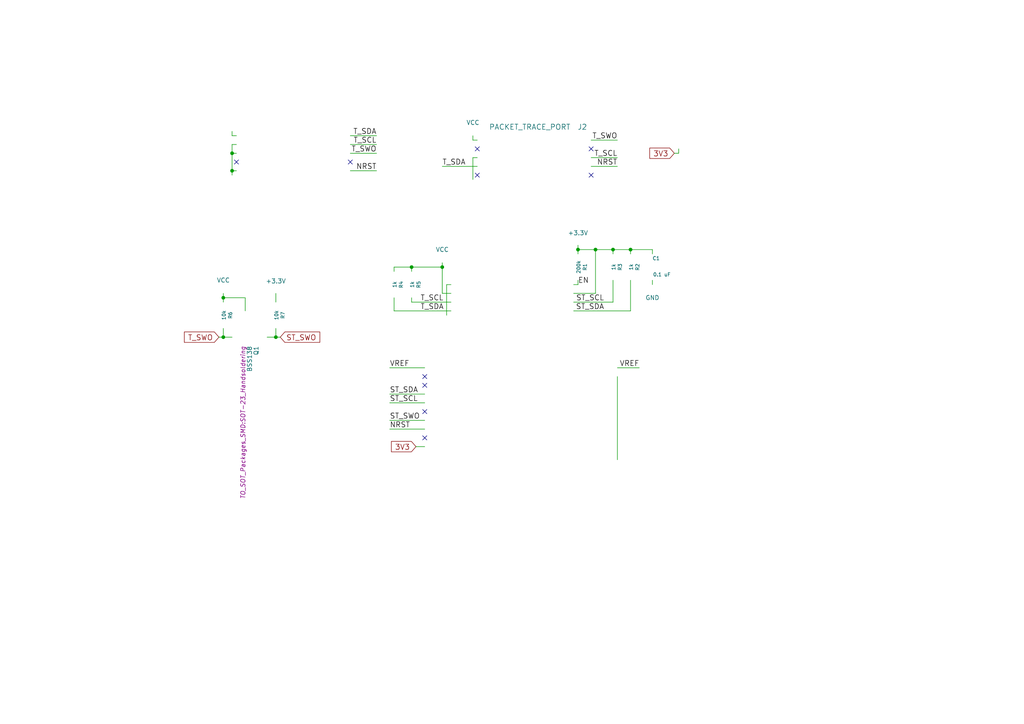
<source format=kicad_sch>
(kicad_sch (version 20230121) (generator eeschema)
  (paper "A4")
  (lib_symbols)
  (junction (at 64.77 97.79))
  (junction (at 80.01 97.79))
  (junction (at 172.72 72.39))
  (junction (at 128.27 77.47))
  (junction (at 167.64 72.39))
  (junction (at 177.8 72.39))
  (junction (at 182.88 72.39))
  (junction (at 64.77 86.36))
  (junction (at 119.38 77.47))
  (junction (at 67.31 49.53))
  (junction (at 67.31 44.45))
  (no_connect (at 123.19 127))
  (no_connect (at 171.45 50.8))
  (no_connect (at 123.19 109.22))
  (no_connect (at 138.43 43.18))
  (no_connect (at 101.6 46.99))
  (no_connect (at 171.45 43.18))
  (no_connect (at 123.19 119.38))
  (no_connect (at 68.58 46.99))
  (no_connect (at 123.19 111.76))
  (no_connect (at 138.43 50.8))
  (wire (pts (xy 114.3 90.17) (xy 130.81 90.17)))
  (wire (pts (xy 71.12 90.17) (xy 71.12 86.36)))
  (wire (pts (xy 137.16 45.72) (xy 137.16 52.07)))
  (wire (pts (xy 182.88 72.39) (xy 189.23 72.39)))
  (wire (pts (xy 67.31 44.45) (xy 67.31 49.53)))
  (wire (pts (xy 138.43 45.72) (xy 137.16 45.72)))
  (wire (pts (xy 67.31 41.91) (xy 67.31 44.45)))
  (wire (pts (xy 171.45 40.64) (xy 179.07 40.64)))
  (wire (pts (xy 182.88 72.39) (xy 182.88 73.66)))
  (wire (pts (xy 80.01 87.63) (xy 80.01 85.09)))
  (wire (pts (xy 179.07 106.68) (xy 185.42 106.68)))
  (wire (pts (xy 177.8 72.39) (xy 182.88 72.39)))
  (wire (pts (xy 114.3 77.47) (xy 119.38 77.47)))
  (wire (pts (xy 77.47 97.79) (xy 80.01 97.79)))
  (wire (pts (xy 63.5 97.79) (xy 64.77 97.79)))
  (wire (pts (xy 101.6 39.37) (xy 109.22 39.37)))
  (wire (pts (xy 167.64 71.12) (xy 167.64 72.39)))
  (wire (pts (xy 64.77 85.09) (xy 64.77 86.36)))
  (wire (pts (xy 167.64 72.39) (xy 172.72 72.39)))
  (wire (pts (xy 64.77 86.36) (xy 64.77 87.63)))
  (wire (pts (xy 128.27 85.09) (xy 130.81 85.09)))
  (wire (pts (xy 80.01 97.79) (xy 81.28 97.79)))
  (wire (pts (xy 123.19 106.68) (xy 113.03 106.68)))
  (wire (pts (xy 130.81 82.55) (xy 129.54 82.55)))
  (wire (pts (xy 123.19 116.84) (xy 113.03 116.84)))
  (wire (pts (xy 64.77 95.25) (xy 64.77 97.79)))
  (wire (pts (xy 177.8 72.39) (xy 177.8 73.66)))
  (wire (pts (xy 67.31 49.53) (xy 67.31 50.8)))
  (wire (pts (xy 68.58 41.91) (xy 67.31 41.91)))
  (wire (pts (xy 171.45 48.26) (xy 179.07 48.26)))
  (wire (pts (xy 129.54 82.55) (xy 129.54 91.44)))
  (wire (pts (xy 177.8 87.63) (xy 177.8 81.28)))
  (wire (pts (xy 196.85 44.45) (xy 196.85 43.18)))
  (wire (pts (xy 167.64 82.55) (xy 167.64 81.28)))
  (wire (pts (xy 114.3 90.17) (xy 114.3 86.36)))
  (wire (pts (xy 177.8 87.63) (xy 166.37 87.63)))
  (wire (pts (xy 128.27 76.2) (xy 128.27 77.47)))
  (wire (pts (xy 68.58 49.53) (xy 67.31 49.53)))
  (wire (pts (xy 123.19 124.46) (xy 113.03 124.46)))
  (wire (pts (xy 68.58 39.37) (xy 67.31 39.37)))
  (wire (pts (xy 166.37 90.17) (xy 182.88 90.17)))
  (wire (pts (xy 101.6 41.91) (xy 109.22 41.91)))
  (wire (pts (xy 195.58 44.45) (xy 196.85 44.45)))
  (wire (pts (xy 123.19 121.92) (xy 113.03 121.92)))
  (wire (pts (xy 171.45 45.72) (xy 179.07 45.72)))
  (wire (pts (xy 138.43 48.26) (xy 128.27 48.26)))
  (wire (pts (xy 68.58 44.45) (xy 67.31 44.45)))
  (wire (pts (xy 179.07 109.22) (xy 179.07 133.35)))
  (wire (pts (xy 114.3 77.47) (xy 114.3 78.74)))
  (wire (pts (xy 119.38 77.47) (xy 128.27 77.47)))
  (wire (pts (xy 130.81 87.63) (xy 119.38 87.63)))
  (wire (pts (xy 189.23 82.55) (xy 189.23 81.28)))
  (wire (pts (xy 189.23 72.39) (xy 189.23 73.66)))
  (wire (pts (xy 67.31 39.37) (xy 67.31 38.1)))
  (wire (pts (xy 64.77 97.79) (xy 67.31 97.79)))
  (wire (pts (xy 119.38 87.63) (xy 119.38 86.36)))
  (wire (pts (xy 101.6 44.45) (xy 109.22 44.45)))
  (wire (pts (xy 128.27 77.47) (xy 128.27 85.09)))
  (wire (pts (xy 166.37 82.55) (xy 167.64 82.55)))
  (wire (pts (xy 123.19 114.3) (xy 113.03 114.3)))
  (wire (pts (xy 71.12 86.36) (xy 64.77 86.36)))
  (wire (pts (xy 166.37 85.09) (xy 172.72 85.09)))
  (wire (pts (xy 172.72 85.09) (xy 172.72 72.39)))
  (wire (pts (xy 167.64 72.39) (xy 167.64 73.66)))
  (wire (pts (xy 182.88 90.17) (xy 182.88 81.28)))
  (wire (pts (xy 137.16 40.64) (xy 137.16 39.37)))
  (wire (pts (xy 119.38 78.74) (xy 119.38 77.47)))
  (wire (pts (xy 172.72 72.39) (xy 177.8 72.39)))
  (wire (pts (xy 138.43 40.64) (xy 137.16 40.64)))
  (wire (pts (xy 101.6 49.53) (xy 109.22 49.53)))
  (wire (pts (xy 123.19 129.54) (xy 120.65 129.54)))
  (wire (pts (xy 80.01 97.79) (xy 80.01 95.25)))
  (label "EN" (at 167.64 82.55 0) (effects (font (size 1.524 1.524))))
  (label "VREF" (at 185.42 106.68 180) (effects (font (size 1.524 1.524))))
  (label "T_SWO" (at 109.22 44.45 180) (effects (font (size 1.524 1.524))))
  (label "ST_SDA" (at 113.03 114.3 0) (effects (font (size 1.524 1.524))))
  (label "NRST" (at 179.07 48.26 180) (effects (font (size 1.524 1.524))))
  (label "ST_SCL" (at 175.26 87.63 180) (effects (font (size 1.524 1.524))))
  (label "T_SCL" (at 121.92 87.63 0) (effects (font (size 1.524 1.524))))
  (label "NRST" (at 113.03 124.46 0) (effects (font (size 1.524 1.524))))
  (label "T_SCL" (at 179.07 45.72 180) (effects (font (size 1.524 1.524))))
  (label "T_SWO" (at 179.07 40.64 180) (effects (font (size 1.524 1.524))))
  (label "ST_SDA" (at 175.26 90.17 180) (effects (font (size 1.524 1.524))))
  (label "NRST" (at 109.22 49.53 180) (effects (font (size 1.524 1.524))))
  (label "T_SDA" (at 128.27 48.26 0) (effects (font (size 1.524 1.524))))
  (label "T_SCL" (at 109.22 41.91 180) (effects (font (size 1.524 1.524))))
  (label "VREF" (at 113.03 106.68 0) (effects (font (size 1.524 1.524))))
  (label "ST_SWO" (at 113.03 121.92 0) (effects (font (size 1.524 1.524))))
  (label "T_SDA" (at 109.22 39.37 180) (effects (font (size 1.524 1.524))))
  (label "ST_SCL" (at 113.03 116.84 0) (effects (font (size 1.524 1.524))))
  (label "T_SDA" (at 121.92 90.17 0) (effects (font (size 1.524 1.524))))
  (global_label "3V3" (shape input) (at 195.58 44.45 180) (effects (font (size 1.524 1.524))) (property "Intersheetrefs" "${INTERSHEET_REFS}" (effects hide)))
  (global_label "T_SWO" (shape input) (at 63.5 97.79 180) (effects (font (size 1.524 1.524))) (property "Intersheetrefs" "${INTERSHEET_REFS}" (effects hide)))
  (global_label "ST_SWO" (shape input) (at 81.28 97.79 0) (effects (font (size 1.524 1.524))) (property "Intersheetrefs" "${INTERSHEET_REFS}" (effects hide)))
  (global_label "3V3" (shape input) (at 120.65 129.54 180) (effects (font (size 1.524 1.524))) (property "Intersheetrefs" "${INTERSHEET_REFS}" (effects hide)))
  (symbol (lib_id "JTAG_STLINKV2") (at 151.13 118.11 0) (unit 1)
    (property "Reference" "J1" (at 163.83 102.87 0) (effects (font (size 1.524 1.524))))
    (property "Value" "JTAG_STLINKV2" (at 152.4 102.87 0) (effects (font (size 1.524 1.524))))
    (property "Footprint" "NQBit:EDGE_CONNECTOR_2x10_2.54MM" (effects hide))
  )
  (symbol (lib_id "PACKET_TRACE_PORT") (at 154.94 45.72 0) (unit 1)
    (property "Reference" "J2" (at 168.91 36.83 0) (effects (font (size 1.524 1.524))))
    (property "Value" "PACKET_TRACE_PORT" (at 153.67 36.83 0) (effects (font (size 1.524 1.524))))
    (property "Footprint" "NQBit:HEADER_PTH_MALE_2x5_1.27MM" (effects hide))
  )
  (symbol (lib_id "PCA9306") (at 148.59 86.36 0) (unit 1)
    (property "Reference" "U1" (at 154.94 78.74 0) (effects (font (size 1.524 1.524))))
    (property "Value" "PCA9306" (at 146.05 78.74 0) (effects (font (size 1.524 1.524))))
    (property "Footprint" "Housings_SSOP:MSOP-8_3x3mm_Pitch0.65mm" (effects hide))
  )
  (symbol (lib_id "R") (at 167.64 77.47 0) (unit 1)
    (property "Reference" "R1" (at 169.672 77.47 90) (effects (font (size 1.016 1.016))))
    (property "Value" "200k" (at 167.8178 77.4446 90) (effects (font (size 1.016 1.016))))
    (property "Footprint" "Resistors_SMD:R_0805_HandSoldering" (effects hide))
  )
  (symbol (lib_id "GND") (at 179.07 133.35 0) (unit 1)
    (property "Reference" "#PWR01" (effects hide))
    (property "Value" "GND" (effects hide))
  )
  (symbol (lib_id "GND") (at 129.54 91.44 0) (unit 1)
    (property "Reference" "#PWR02" (effects hide))
    (property "Value" "GND" (effects hide))
  )
  (symbol (lib_id "C") (at 189.23 77.47 0) (unit 1)
    (property "Reference" "C1" (at 189.23 74.93 0) (effects (font (size 1.016 1.016)) (justify left)))
    (property "Value" "0.1 uF" (at 189.3824 79.629 0) (effects (font (size 1.016 1.016)) (justify left)))
    (property "Footprint" "Capacitors_SMD:C_0805_HandSoldering" (effects hide))
  )
  (symbol (lib_id "R") (at 119.38 82.55 0) (unit 1)
    (property "Reference" "R5" (at 121.412 82.55 90) (effects (font (size 1.016 1.016))))
    (property "Value" "1k" (at 119.5578 82.5246 90) (effects (font (size 1.016 1.016))))
    (property "Footprint" "Resistors_SMD:R_0805_HandSoldering" (effects hide))
  )
  (symbol (lib_id "R") (at 114.3 82.55 0) (unit 1)
    (property "Reference" "R4" (at 116.332 82.55 90) (effects (font (size 1.016 1.016))))
    (property "Value" "1k" (at 114.4778 82.5246 90) (effects (font (size 1.016 1.016))))
    (property "Footprint" "Resistors_SMD:R_0805_HandSoldering" (effects hide))
  )
  (symbol (lib_id "R") (at 177.8 77.47 0) (unit 1)
    (property "Reference" "R3" (at 179.832 77.47 90) (effects (font (size 1.016 1.016))))
    (property "Value" "1k" (at 177.9778 77.4446 90) (effects (font (size 1.016 1.016))))
    (property "Footprint" "Resistors_SMD:R_0805_HandSoldering" (effects hide))
  )
  (symbol (lib_id "R") (at 182.88 77.47 0) (unit 1)
    (property "Reference" "R2" (at 184.912 77.47 90) (effects (font (size 1.016 1.016))))
    (property "Value" "1k" (at 183.0578 77.4446 90) (effects (font (size 1.016 1.016))))
    (property "Footprint" "Resistors_SMD:R_0805_HandSoldering" (effects hide))
  )
  (symbol (lib_id "JTAG_10_PIN") (at 85.09 44.45 0) (unit 1)
    (property "Reference" "J3" (at 99.06 35.56 0) (effects (font (size 1.524 1.524))))
    (property "Value" "JTAG_10_PIN" (at 83.82 35.56 0) (effects (font (size 1.524 1.524))))
    (property "Footprint" "NQBit:HEADER_PTH_MALE_2x5_1.27MM" (effects hide))
  )
  (symbol (lib_id "GND") (at 137.16 52.07 0) (unit 1)
    (property "Reference" "#PWR03" (effects hide))
    (property "Value" "GND" (effects hide))
  )
  (symbol (lib_id "VCC") (at 128.27 76.2 0) (unit 1)
    (property "Reference" "#PWR04" (effects hide))
    (property "Value" "VCC" (at 128.27 72.39 0))
  )
  (symbol (lib_id "+3.3V") (at 167.64 71.12 0) (unit 1)
    (property "Reference" "#PWR05" (effects hide))
    (property "Value" "+3.3V" (at 167.64 67.564 0))
  )
  (symbol (lib_id "GND") (at 189.23 82.55 0) (unit 1)
    (property "Reference" "#PWR06" (effects hide))
    (property "Value" "GND" (at 189.23 86.36 0))
  )
  (symbol (lib_id "VCC") (at 137.16 39.37 0) (unit 1)
    (property "Reference" "#PWR07" (effects hide))
    (property "Value" "VCC" (at 137.16 35.56 0))
  )
  (symbol (lib_id "+3.3V") (at 196.85 43.18 0) (unit 1)
    (property "Reference" "#PWR08" (effects hide))
    (property "Value" "+3.3V" (at 196.85 39.624 0))
  )
  (symbol (lib_id "VCC") (at 67.31 38.1 0) (unit 1)
    (property "Reference" "#PWR09" (effects hide))
    (property "Value" "VCC" (at 67.31 34.29 0))
  )
  (symbol (lib_id "GND") (at 67.31 50.8 0) (unit 1)
    (property "Reference" "#PWR010" (effects hide))
    (property "Value" "GND" (at 67.31 54.61 0))
  )
  (symbol (lib_id "BSS138") (at 72.39 95.25 270) (unit 1)
    (property "Reference" "Q1" (at 74.295 100.33 0) (effects (justify left)))
    (property "Value" "BSS138" (at 72.39 100.33 0) (effects (justify left)))
    (property "Footprint" "TO_SOT_Packages_SMD:SOT-23_Handsoldering" (at 70.485 100.33 0) (effects (font italic) (justify left)))
  )
  (symbol (lib_id "R") (at 64.77 91.44 0) (unit 1)
    (property "Reference" "R6" (at 66.802 91.44 90) (effects (font (size 1.016 1.016))))
    (property "Value" "10k" (at 64.9478 91.4146 90) (effects (font (size 1.016 1.016))))
    (property "Footprint" "Resistors_SMD:R_0805_HandSoldering" (effects hide))
  )
  (symbol (lib_id "R") (at 80.01 91.44 0) (unit 1)
    (property "Reference" "R7" (at 82.042 91.44 90) (effects (font (size 1.016 1.016))))
    (property "Value" "10k" (at 80.1878 91.4146 90) (effects (font (size 1.016 1.016))))
    (property "Footprint" "Resistors_SMD:R_0805_HandSoldering" (effects hide))
  )
  (symbol (lib_id "VCC") (at 64.77 85.09 0) (unit 1)
    (property "Reference" "#PWR011" (effects hide))
    (property "Value" "VCC" (at 64.77 81.28 0))
  )
  (symbol (lib_id "+3.3V") (at 80.01 85.09 0) (unit 1)
    (property "Reference" "#PWR012" (effects hide))
    (property "Value" "+3.3V" (at 80.01 81.534 0))
  )
)
</source>
